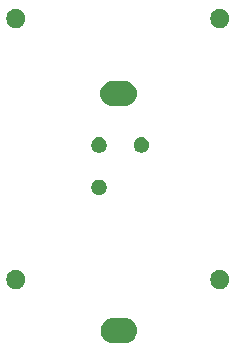
<source format=gbr>
G04 #@! TF.GenerationSoftware,KiCad,Pcbnew,(5.0.2)-1*
G04 #@! TF.CreationDate,2019-07-28T23:06:21+08:00*
G04 #@! TF.ProjectId,PIR,5049522e-6b69-4636-9164-5f7063625858,rev?*
G04 #@! TF.SameCoordinates,Original*
G04 #@! TF.FileFunction,Soldermask,Bot*
G04 #@! TF.FilePolarity,Negative*
%FSLAX46Y46*%
G04 Gerber Fmt 4.6, Leading zero omitted, Abs format (unit mm)*
G04 Created by KiCad (PCBNEW (5.0.2)-1) date 2019-07-28 23:06:21*
%MOMM*%
%LPD*%
G01*
G04 APERTURE LIST*
%ADD10C,0.100000*%
G04 APERTURE END LIST*
D10*
G36*
X44416872Y-72264240D02*
X44540394Y-72276406D01*
X44738508Y-72336504D01*
X44921091Y-72434096D01*
X45081127Y-72565434D01*
X45212465Y-72725470D01*
X45310057Y-72908053D01*
X45370155Y-73106167D01*
X45390447Y-73312199D01*
X45370155Y-73518231D01*
X45310057Y-73716345D01*
X45212465Y-73898928D01*
X45081127Y-74058964D01*
X44921091Y-74190302D01*
X44738508Y-74287894D01*
X44540394Y-74347992D01*
X44416872Y-74360158D01*
X44385993Y-74363199D01*
X43282731Y-74363199D01*
X43251852Y-74360158D01*
X43128330Y-74347992D01*
X42930216Y-74287894D01*
X42747633Y-74190302D01*
X42587597Y-74058964D01*
X42456259Y-73898928D01*
X42358667Y-73716345D01*
X42298569Y-73518231D01*
X42278277Y-73312199D01*
X42298569Y-73106167D01*
X42358667Y-72908053D01*
X42456259Y-72725470D01*
X42587597Y-72565434D01*
X42747633Y-72434096D01*
X42930216Y-72336504D01*
X43128330Y-72276406D01*
X43251852Y-72264240D01*
X43282731Y-72261199D01*
X44385993Y-72261199D01*
X44416872Y-72264240D01*
X44416872Y-72264240D01*
G37*
G36*
X52611524Y-68199741D02*
X52759484Y-68261029D01*
X52892640Y-68350001D01*
X53005880Y-68463241D01*
X53094852Y-68596397D01*
X53156140Y-68744357D01*
X53187382Y-68901424D01*
X53187382Y-69061574D01*
X53156140Y-69218641D01*
X53094852Y-69366601D01*
X53005880Y-69499757D01*
X52892640Y-69612997D01*
X52759484Y-69701969D01*
X52611524Y-69763257D01*
X52454457Y-69794499D01*
X52294307Y-69794499D01*
X52137240Y-69763257D01*
X51989280Y-69701969D01*
X51856124Y-69612997D01*
X51742884Y-69499757D01*
X51653912Y-69366601D01*
X51592624Y-69218641D01*
X51561382Y-69061574D01*
X51561382Y-68901424D01*
X51592624Y-68744357D01*
X51653912Y-68596397D01*
X51742884Y-68463241D01*
X51856124Y-68350001D01*
X51989280Y-68261029D01*
X52137240Y-68199741D01*
X52294307Y-68168499D01*
X52454457Y-68168499D01*
X52611524Y-68199741D01*
X52611524Y-68199741D01*
G37*
G36*
X35341524Y-68199741D02*
X35489484Y-68261029D01*
X35622640Y-68350001D01*
X35735880Y-68463241D01*
X35824852Y-68596397D01*
X35886140Y-68744357D01*
X35917382Y-68901424D01*
X35917382Y-69061574D01*
X35886140Y-69218641D01*
X35824852Y-69366601D01*
X35735880Y-69499757D01*
X35622640Y-69612997D01*
X35489484Y-69701969D01*
X35341524Y-69763257D01*
X35184457Y-69794499D01*
X35024307Y-69794499D01*
X34867240Y-69763257D01*
X34719280Y-69701969D01*
X34586124Y-69612997D01*
X34472884Y-69499757D01*
X34383912Y-69366601D01*
X34322624Y-69218641D01*
X34291382Y-69061574D01*
X34291382Y-68901424D01*
X34322624Y-68744357D01*
X34383912Y-68596397D01*
X34472884Y-68463241D01*
X34586124Y-68350001D01*
X34719280Y-68261029D01*
X34867240Y-68199741D01*
X35024307Y-68168499D01*
X35184457Y-68168499D01*
X35341524Y-68199741D01*
X35341524Y-68199741D01*
G37*
G36*
X42329530Y-60552636D02*
X42448001Y-60601708D01*
X42554632Y-60672957D01*
X42645302Y-60763627D01*
X42716551Y-60870258D01*
X42765623Y-60988729D01*
X42790640Y-61114500D01*
X42790640Y-61242738D01*
X42765623Y-61368509D01*
X42716551Y-61486980D01*
X42645302Y-61593611D01*
X42554632Y-61684281D01*
X42448001Y-61755530D01*
X42329530Y-61804602D01*
X42203759Y-61829619D01*
X42075521Y-61829619D01*
X41949750Y-61804602D01*
X41831279Y-61755530D01*
X41724648Y-61684281D01*
X41633978Y-61593611D01*
X41562729Y-61486980D01*
X41513657Y-61368509D01*
X41488640Y-61242738D01*
X41488640Y-61114500D01*
X41513657Y-60988729D01*
X41562729Y-60870258D01*
X41633978Y-60763627D01*
X41724648Y-60672957D01*
X41831279Y-60601708D01*
X41949750Y-60552636D01*
X42075521Y-60527619D01*
X42203759Y-60527619D01*
X42329530Y-60552636D01*
X42329530Y-60552636D01*
G37*
G36*
X42329530Y-56960534D02*
X42448001Y-57009606D01*
X42554632Y-57080855D01*
X42645302Y-57171525D01*
X42716551Y-57278156D01*
X42765623Y-57396627D01*
X42790640Y-57522398D01*
X42790640Y-57650636D01*
X42765623Y-57776407D01*
X42716551Y-57894878D01*
X42645302Y-58001509D01*
X42554632Y-58092179D01*
X42448001Y-58163428D01*
X42329530Y-58212500D01*
X42203759Y-58237517D01*
X42075521Y-58237517D01*
X41949750Y-58212500D01*
X41831279Y-58163428D01*
X41724648Y-58092179D01*
X41633978Y-58001509D01*
X41562729Y-57894878D01*
X41513657Y-57776407D01*
X41488640Y-57650636D01*
X41488640Y-57522398D01*
X41513657Y-57396627D01*
X41562729Y-57278156D01*
X41633978Y-57171525D01*
X41724648Y-57080855D01*
X41831279Y-57009606D01*
X41949750Y-56960534D01*
X42075521Y-56935517D01*
X42203759Y-56935517D01*
X42329530Y-56960534D01*
X42329530Y-56960534D01*
G37*
G36*
X45921632Y-56960534D02*
X46040103Y-57009606D01*
X46146734Y-57080855D01*
X46237404Y-57171525D01*
X46308653Y-57278156D01*
X46357725Y-57396627D01*
X46382742Y-57522398D01*
X46382742Y-57650636D01*
X46357725Y-57776407D01*
X46308653Y-57894878D01*
X46237404Y-58001509D01*
X46146734Y-58092179D01*
X46040103Y-58163428D01*
X45921632Y-58212500D01*
X45795861Y-58237517D01*
X45667623Y-58237517D01*
X45541852Y-58212500D01*
X45423381Y-58163428D01*
X45316750Y-58092179D01*
X45226080Y-58001509D01*
X45154831Y-57894878D01*
X45105759Y-57776407D01*
X45080742Y-57650636D01*
X45080742Y-57522398D01*
X45105759Y-57396627D01*
X45154831Y-57278156D01*
X45226080Y-57171525D01*
X45316750Y-57080855D01*
X45423381Y-57009606D01*
X45541852Y-56960534D01*
X45667623Y-56935517D01*
X45795861Y-56935517D01*
X45921632Y-56960534D01*
X45921632Y-56960534D01*
G37*
G36*
X44383852Y-52185720D02*
X44507374Y-52197886D01*
X44705488Y-52257984D01*
X44888071Y-52355576D01*
X45048107Y-52486914D01*
X45179445Y-52646950D01*
X45277037Y-52829533D01*
X45337135Y-53027647D01*
X45357427Y-53233679D01*
X45337135Y-53439711D01*
X45277037Y-53637825D01*
X45179445Y-53820408D01*
X45048107Y-53980444D01*
X44888071Y-54111782D01*
X44705488Y-54209374D01*
X44507374Y-54269472D01*
X44383852Y-54281638D01*
X44352973Y-54284679D01*
X43249711Y-54284679D01*
X43218832Y-54281638D01*
X43095310Y-54269472D01*
X42897196Y-54209374D01*
X42714613Y-54111782D01*
X42554577Y-53980444D01*
X42423239Y-53820408D01*
X42325647Y-53637825D01*
X42265549Y-53439711D01*
X42245257Y-53233679D01*
X42265549Y-53027647D01*
X42325647Y-52829533D01*
X42423239Y-52646950D01*
X42554577Y-52486914D01*
X42714613Y-52355576D01*
X42897196Y-52257984D01*
X43095310Y-52197886D01*
X43218832Y-52185720D01*
X43249711Y-52182679D01*
X44352973Y-52182679D01*
X44383852Y-52185720D01*
X44383852Y-52185720D01*
G37*
G36*
X52611524Y-46099741D02*
X52759484Y-46161029D01*
X52892640Y-46250001D01*
X53005880Y-46363241D01*
X53094852Y-46496397D01*
X53156140Y-46644357D01*
X53187382Y-46801424D01*
X53187382Y-46961574D01*
X53156140Y-47118641D01*
X53094852Y-47266601D01*
X53005880Y-47399757D01*
X52892640Y-47512997D01*
X52759484Y-47601969D01*
X52611524Y-47663257D01*
X52454457Y-47694499D01*
X52294307Y-47694499D01*
X52137240Y-47663257D01*
X51989280Y-47601969D01*
X51856124Y-47512997D01*
X51742884Y-47399757D01*
X51653912Y-47266601D01*
X51592624Y-47118641D01*
X51561382Y-46961574D01*
X51561382Y-46801424D01*
X51592624Y-46644357D01*
X51653912Y-46496397D01*
X51742884Y-46363241D01*
X51856124Y-46250001D01*
X51989280Y-46161029D01*
X52137240Y-46099741D01*
X52294307Y-46068499D01*
X52454457Y-46068499D01*
X52611524Y-46099741D01*
X52611524Y-46099741D01*
G37*
G36*
X35341524Y-46099741D02*
X35489484Y-46161029D01*
X35622640Y-46250001D01*
X35735880Y-46363241D01*
X35824852Y-46496397D01*
X35886140Y-46644357D01*
X35917382Y-46801424D01*
X35917382Y-46961574D01*
X35886140Y-47118641D01*
X35824852Y-47266601D01*
X35735880Y-47399757D01*
X35622640Y-47512997D01*
X35489484Y-47601969D01*
X35341524Y-47663257D01*
X35184457Y-47694499D01*
X35024307Y-47694499D01*
X34867240Y-47663257D01*
X34719280Y-47601969D01*
X34586124Y-47512997D01*
X34472884Y-47399757D01*
X34383912Y-47266601D01*
X34322624Y-47118641D01*
X34291382Y-46961574D01*
X34291382Y-46801424D01*
X34322624Y-46644357D01*
X34383912Y-46496397D01*
X34472884Y-46363241D01*
X34586124Y-46250001D01*
X34719280Y-46161029D01*
X34867240Y-46099741D01*
X35024307Y-46068499D01*
X35184457Y-46068499D01*
X35341524Y-46099741D01*
X35341524Y-46099741D01*
G37*
M02*

</source>
